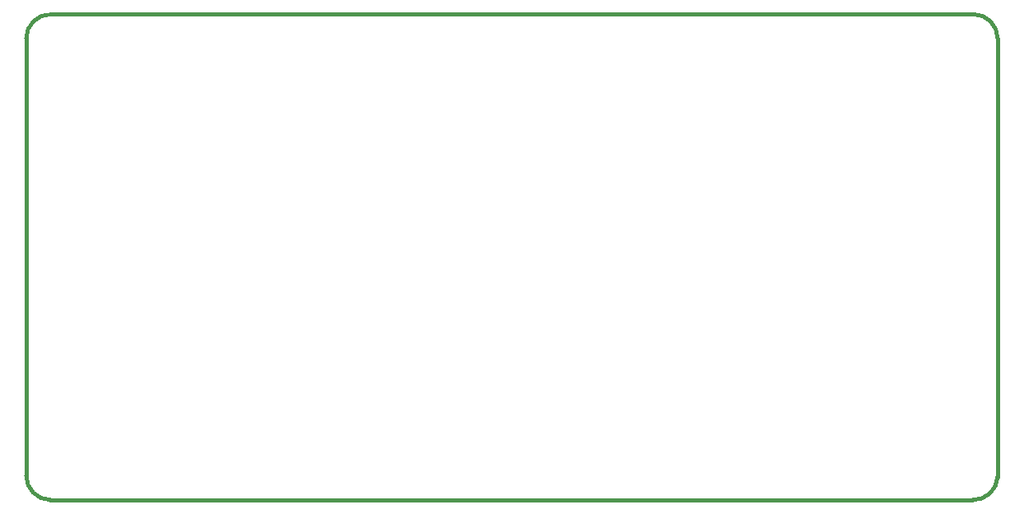
<source format=gbr>
G04 (created by PCBNEW (2013-jul-07)-stable) date So 23 Nov 2014 23:25:05 CET*
%MOIN*%
G04 Gerber Fmt 3.4, Leading zero omitted, Abs format*
%FSLAX34Y34*%
G01*
G70*
G90*
G04 APERTURE LIST*
%ADD10C,0.00590551*%
%ADD11C,0.015*%
G04 APERTURE END LIST*
G54D10*
G54D11*
X10000Y-28700D02*
X10000Y-10984D01*
X48346Y-29685D02*
X10984Y-29685D01*
X49370Y-10984D02*
X49370Y-28740D01*
X10984Y-10000D02*
X48385Y-10000D01*
X48346Y-29685D02*
G75*
G03X49370Y-28740I39J984D01*
G74*
G01*
X49370Y-10984D02*
G75*
G03X48385Y-10000I-984J0D01*
G74*
G01*
X10984Y-10000D02*
G75*
G03X10000Y-10984I0J-984D01*
G74*
G01*
X10000Y-28700D02*
G75*
G03X10984Y-29685I984J0D01*
G74*
G01*
M02*

</source>
